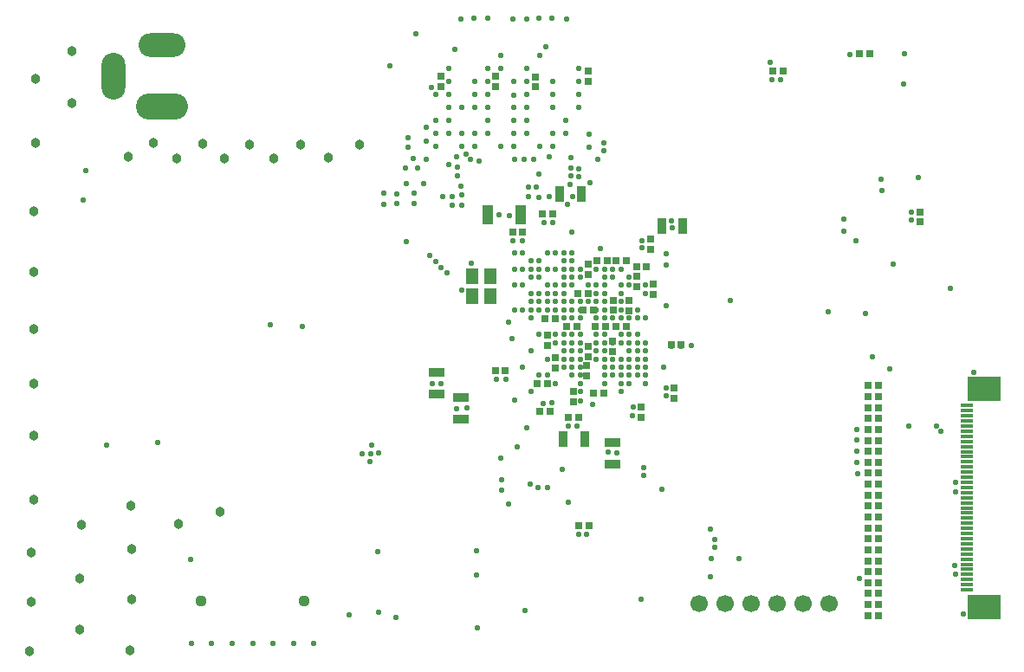
<source format=gbs>
G04*
G04 #@! TF.GenerationSoftware,Altium Limited,Altium Designer,20.1.11 (218)*
G04*
G04 Layer_Color=16711935*
%FSLAX25Y25*%
%MOIN*%
G70*
G04*
G04 #@! TF.SameCoordinates,731B5D3F-845C-401C-AC73-029E605C2F8B*
G04*
G04*
G04 #@! TF.FilePolarity,Negative*
G04*
G01*
G75*
%ADD44R,0.02762X0.03156*%
%ADD49R,0.02762X0.02762*%
%ADD65C,0.06678*%
%ADD66O,0.09158X0.18017*%
%ADD67O,0.18017X0.09158*%
%ADD68O,0.19985X0.10143*%
%ADD69C,0.04434*%
%ADD70C,0.03800*%
%ADD71C,0.02100*%
%ADD89R,0.05912X0.03550*%
%ADD90R,0.03550X0.05912*%
%ADD91R,0.03156X0.02762*%
%ADD92R,0.04731X0.05912*%
%ADD93R,0.04040X0.07780*%
%ADD94R,0.04631X0.01481*%
%ADD95R,0.12505X0.09355*%
D44*
X401032Y290746D02*
D03*
X404969D02*
D03*
X402965Y284378D02*
D03*
X406903D02*
D03*
X407673Y278055D02*
D03*
X411610D02*
D03*
X392340Y280919D02*
D03*
X388403D02*
D03*
X396532Y278032D02*
D03*
X400469D02*
D03*
X389345Y255820D02*
D03*
X385408D02*
D03*
X369143Y260910D02*
D03*
X373080D02*
D03*
X386300Y245210D02*
D03*
X390237D02*
D03*
X397267Y242826D02*
D03*
X401204D02*
D03*
X407031Y252161D02*
D03*
X410968D02*
D03*
X436812Y271009D02*
D03*
X440750D02*
D03*
X419598Y277951D02*
D03*
X415661D02*
D03*
X412245Y303326D02*
D03*
X408308D02*
D03*
X419672Y303399D02*
D03*
X415735D02*
D03*
X375810Y314148D02*
D03*
X379747D02*
D03*
X387381Y321132D02*
D03*
X391318D02*
D03*
X479797Y376130D02*
D03*
X475860D02*
D03*
X401255Y201388D02*
D03*
X405192D02*
D03*
D49*
X427394Y300901D02*
D03*
X423457D02*
D03*
X509214Y382813D02*
D03*
X513151D02*
D03*
X516497Y191950D02*
D03*
X512560D02*
D03*
X516497Y196162D02*
D03*
X512560D02*
D03*
Y166676D02*
D03*
X516497D02*
D03*
Y200375D02*
D03*
X512560D02*
D03*
Y170888D02*
D03*
X516497D02*
D03*
Y204587D02*
D03*
X512560D02*
D03*
Y175101D02*
D03*
X516497D02*
D03*
Y208800D02*
D03*
X512560D02*
D03*
Y183525D02*
D03*
X516497D02*
D03*
Y213012D02*
D03*
X512560D02*
D03*
Y187738D02*
D03*
X516497D02*
D03*
Y217224D02*
D03*
X512560D02*
D03*
X516497Y242498D02*
D03*
X512560D02*
D03*
X516497Y246711D02*
D03*
X512560D02*
D03*
X516497Y250923D02*
D03*
X512560D02*
D03*
X516497Y255135D02*
D03*
X512560D02*
D03*
X516497Y179313D02*
D03*
X512560D02*
D03*
X516497Y221437D02*
D03*
X512560D02*
D03*
X516497Y225649D02*
D03*
X512560D02*
D03*
X516497Y229861D02*
D03*
X512560D02*
D03*
X516497Y234074D02*
D03*
X512560D02*
D03*
X516497Y238286D02*
D03*
X512560D02*
D03*
D65*
X447562Y171295D02*
D03*
X457562D02*
D03*
X467562D02*
D03*
X477562D02*
D03*
X487562D02*
D03*
X497562D02*
D03*
D66*
X222279Y374342D02*
D03*
D67*
X240783Y386153D02*
D03*
D68*
Y362530D02*
D03*
D69*
X295468Y172293D02*
D03*
X256098D02*
D03*
D70*
X263155Y206584D02*
D03*
X247344Y201862D02*
D03*
X228454Y153404D02*
D03*
X229276Y172910D02*
D03*
Y192416D02*
D03*
X228865Y209048D02*
D03*
X209975Y201656D02*
D03*
X209359Y180918D02*
D03*
Y161207D02*
D03*
X189894Y152994D02*
D03*
X190510Y172089D02*
D03*
X190716Y190979D02*
D03*
X191537Y211307D02*
D03*
Y235946D02*
D03*
X191742Y255862D02*
D03*
X191537Y277011D02*
D03*
Y298981D02*
D03*
X191742Y322388D02*
D03*
X192358Y348464D02*
D03*
Y373104D02*
D03*
X206279Y364069D02*
D03*
Y383986D02*
D03*
X316950Y348054D02*
D03*
X294159Y347849D02*
D03*
X274653Y348054D02*
D03*
X256584Y348259D02*
D03*
X237489Y348670D02*
D03*
X227838Y343126D02*
D03*
X246523Y342715D02*
D03*
X265002Y342510D02*
D03*
X284098D02*
D03*
X304899Y342855D02*
D03*
D71*
X462903Y188582D02*
D03*
X507935Y310768D02*
D03*
X397159Y210425D02*
D03*
X453731Y193092D02*
D03*
X453754Y195852D02*
D03*
X398856Y327916D02*
D03*
X359577Y342138D02*
D03*
X397350Y239613D02*
D03*
X400667Y239632D02*
D03*
X391120Y317970D02*
D03*
X387868Y317931D02*
D03*
X528291Y239478D02*
D03*
X526315Y371164D02*
D03*
X514365Y266219D02*
D03*
X371164Y227130D02*
D03*
X385674Y215798D02*
D03*
X389137Y216065D02*
D03*
X415794Y229158D02*
D03*
X412679Y229664D02*
D03*
X401271Y335744D02*
D03*
X398247Y335788D02*
D03*
X401293Y338723D02*
D03*
X398203Y338811D02*
D03*
X405503Y333395D02*
D03*
X420671Y265425D02*
D03*
X426970Y268575D02*
D03*
X425659Y308133D02*
D03*
X425715Y310916D02*
D03*
X497210Y283620D02*
D03*
X417534Y293766D02*
D03*
X414378Y296935D02*
D03*
X411222Y296921D02*
D03*
X398624Y306370D02*
D03*
X382876Y252827D02*
D03*
X376576Y293772D02*
D03*
X395474Y281173D02*
D03*
X408073D02*
D03*
X423820D02*
D03*
X398624Y268575D02*
D03*
X401773D02*
D03*
X389175Y265425D02*
D03*
X422135Y246774D02*
D03*
X420671Y255976D02*
D03*
X408073Y290622D02*
D03*
X411222Y284323D02*
D03*
X398624Y274874D02*
D03*
X401773Y271724D02*
D03*
X426970Y255976D02*
D03*
X382876Y290622D02*
D03*
X395474Y296921D02*
D03*
X386025D02*
D03*
X389175Y300071D02*
D03*
X408073Y274874D02*
D03*
X398624Y271724D02*
D03*
X411222Y274874D02*
D03*
X420671Y268575D02*
D03*
X426970Y262275D02*
D03*
X382876Y296921D02*
D03*
X389175Y290622D02*
D03*
X395474Y284323D02*
D03*
X374342Y279605D02*
D03*
X386025Y274874D02*
D03*
X417521D02*
D03*
X408073Y271724D02*
D03*
X411222Y265425D02*
D03*
X401773Y255976D02*
D03*
X411222Y290622D02*
D03*
X382876Y284323D02*
D03*
X398624Y281173D02*
D03*
Y262275D02*
D03*
X420671D02*
D03*
X373118Y257528D02*
D03*
X389175Y293772D02*
D03*
X411222Y287472D02*
D03*
X389175Y284323D02*
D03*
X408073Y278023D02*
D03*
X426970Y271724D02*
D03*
Y265425D02*
D03*
X420671Y259126D02*
D03*
X398624Y296921D02*
D03*
X420671Y296921D02*
D03*
X398624Y287472D02*
D03*
X434830Y285899D02*
D03*
X420671Y281173D02*
D03*
X401773Y274874D02*
D03*
X392268Y271639D02*
D03*
X414372Y262275D02*
D03*
X401773Y259126D02*
D03*
X392324Y255976D02*
D03*
X417521Y252827D02*
D03*
X382876Y300071D02*
D03*
X379726D02*
D03*
X404923Y287472D02*
D03*
X426970Y281173D02*
D03*
X411222Y278023D02*
D03*
X436912Y270235D02*
D03*
X411222Y262275D02*
D03*
X398624Y259126D02*
D03*
X426970D02*
D03*
X398624Y293772D02*
D03*
X434988Y305804D02*
D03*
X386025Y287472D02*
D03*
X408073Y284323D02*
D03*
X395474Y271724D02*
D03*
X382876Y268575D02*
D03*
X414372Y271724D02*
D03*
X395474Y265425D02*
D03*
X401773D02*
D03*
X420671Y293772D02*
D03*
X395474D02*
D03*
X376576Y306370D02*
D03*
X389175D02*
D03*
X382876Y287472D02*
D03*
X401773D02*
D03*
Y281173D02*
D03*
X411222Y271724D02*
D03*
X423820D02*
D03*
X408073Y268575D02*
D03*
X414372Y265425D02*
D03*
X423820D02*
D03*
X392324Y290622D02*
D03*
X426970D02*
D03*
X379726Y284323D02*
D03*
X386025D02*
D03*
X414372Y281173D02*
D03*
X395474Y268575D02*
D03*
Y262275D02*
D03*
X411222Y259126D02*
D03*
X435002Y251252D02*
D03*
X386025Y290622D02*
D03*
X376576Y284323D02*
D03*
X417521Y271724D02*
D03*
X386025Y259126D02*
D03*
X406498Y247945D02*
D03*
X408073Y293772D02*
D03*
X404923Y290622D02*
D03*
X379726Y293772D02*
D03*
X392324Y300071D02*
D03*
X395474Y303220D02*
D03*
Y290622D02*
D03*
X420671Y274874D02*
D03*
X408073Y265425D02*
D03*
X414372Y259126D02*
D03*
X417521D02*
D03*
Y255976D02*
D03*
X426970Y293772D02*
D03*
X417521Y290622D02*
D03*
X395474Y287472D02*
D03*
X411222Y281173D02*
D03*
X423820Y274874D02*
D03*
X411222Y268575D02*
D03*
X417521Y265425D02*
D03*
X423820Y262275D02*
D03*
X435002Y301645D02*
D03*
X398624Y303220D02*
D03*
X409640Y307954D02*
D03*
X386025Y303220D02*
D03*
X392324Y306370D02*
D03*
X417521Y287472D02*
D03*
X392324Y284323D02*
D03*
X382876Y281173D02*
D03*
X423820Y268575D02*
D03*
X411222Y255976D02*
D03*
Y293772D02*
D03*
X398624Y300071D02*
D03*
X414372D02*
D03*
X379726Y306370D02*
D03*
X398624Y284323D02*
D03*
X414372D02*
D03*
X417521D02*
D03*
X420671Y271724D02*
D03*
X398624Y265425D02*
D03*
X401773Y262275D02*
D03*
X390787Y248437D02*
D03*
X376576Y249677D02*
D03*
X401773Y252827D02*
D03*
X404889Y293813D02*
D03*
X389175Y287472D02*
D03*
X392324D02*
D03*
X414372D02*
D03*
X423820Y284323D02*
D03*
X375444Y273317D02*
D03*
X417521Y262275D02*
D03*
X423820Y259126D02*
D03*
X435002Y254401D02*
D03*
X395474Y300071D02*
D03*
X376576D02*
D03*
X408073Y287472D02*
D03*
X401773Y284323D02*
D03*
X417521Y281173D02*
D03*
X414372Y268575D02*
D03*
X392324Y293772D02*
D03*
X408073Y300071D02*
D03*
X386025D02*
D03*
X382876Y303220D02*
D03*
X395474Y274874D02*
D03*
X379726Y262275D02*
D03*
X395474Y306370D02*
D03*
X434037Y262275D02*
D03*
X475106Y379752D02*
D03*
X531923Y335125D02*
D03*
X353592Y384682D02*
D03*
X388707Y385680D02*
D03*
X351191Y377158D02*
D03*
X344535Y370083D02*
D03*
X346191Y367169D02*
D03*
X381191Y352169D02*
D03*
Y357170D02*
D03*
X396191Y352169D02*
D03*
Y357170D02*
D03*
X356107Y291787D02*
D03*
X360081Y302226D02*
D03*
X451804Y199826D02*
D03*
X354266Y246368D02*
D03*
X358281Y246675D02*
D03*
X348411Y256070D02*
D03*
X344816D02*
D03*
X366129Y396493D02*
D03*
X360857Y396482D02*
D03*
X355940Y396409D02*
D03*
X338455Y390523D02*
D03*
X328740Y378137D02*
D03*
X375924Y396304D02*
D03*
X381127Y396421D02*
D03*
X386097Y396450D02*
D03*
X396474Y396392D02*
D03*
X391066Y396480D02*
D03*
X391191Y362170D02*
D03*
Y367169D02*
D03*
X351191Y352169D02*
D03*
Y357170D02*
D03*
X391264Y372146D02*
D03*
X376168Y357097D02*
D03*
Y362097D02*
D03*
X376191Y372169D02*
D03*
X376240Y367073D02*
D03*
X371191Y382170D02*
D03*
X361191Y372169D02*
D03*
Y367169D02*
D03*
Y362170D02*
D03*
X366191Y357170D02*
D03*
Y352169D02*
D03*
X390066Y327833D02*
D03*
X398025Y332561D02*
D03*
X385995Y327702D02*
D03*
X381897Y327833D02*
D03*
X381792Y331589D02*
D03*
X384865Y331642D02*
D03*
X396945Y325000D02*
D03*
X379739Y310914D02*
D03*
X375855Y310966D02*
D03*
X370727Y320808D02*
D03*
X374751Y320718D02*
D03*
X526680Y382825D02*
D03*
X505459Y382737D02*
D03*
X517807Y330171D02*
D03*
X517699Y334587D02*
D03*
X544426Y292758D02*
D03*
X522347Y301832D02*
D03*
X503246Y314631D02*
D03*
X503161Y319372D02*
D03*
X444713Y270733D02*
D03*
X511560Y282846D02*
D03*
X549252Y167330D02*
D03*
X553166Y260427D02*
D03*
X540762Y237654D02*
D03*
X538837Y239527D02*
D03*
X546362Y214171D02*
D03*
X546215Y182536D02*
D03*
X545995Y185943D02*
D03*
X451925Y181648D02*
D03*
X452221Y188634D02*
D03*
X425155Y172823D02*
D03*
X380663Y168471D02*
D03*
X313043Y167072D02*
D03*
X299405Y155940D02*
D03*
X291531D02*
D03*
X283657D02*
D03*
X275783D02*
D03*
X267909D02*
D03*
X260035D02*
D03*
X252155Y155934D02*
D03*
X252070Y188208D02*
D03*
X239387Y233112D02*
D03*
X219567Y232430D02*
D03*
X326114Y325085D02*
D03*
X326169Y329142D02*
D03*
X331172Y329087D02*
D03*
X331117Y325251D02*
D03*
X337953Y325196D02*
D03*
Y329253D02*
D03*
X341678Y332866D02*
D03*
X335008Y332811D02*
D03*
X335072Y310666D02*
D03*
X295070Y277793D02*
D03*
X282569Y278691D02*
D03*
X211758Y338053D02*
D03*
X210723Y326706D02*
D03*
X377751Y231534D02*
D03*
X318019Y228979D02*
D03*
X320851Y225852D02*
D03*
X324408Y229102D02*
D03*
X321624Y232400D02*
D03*
X398742Y314204D02*
D03*
X343800Y305100D02*
D03*
X350727Y298432D02*
D03*
X348267Y300763D02*
D03*
X321252Y228859D02*
D03*
X346179Y302870D02*
D03*
X546268Y218010D02*
D03*
X520913Y261700D02*
D03*
X459468Y288091D02*
D03*
X356356Y324647D02*
D03*
X352468Y324517D02*
D03*
X348875Y328012D02*
D03*
X352534Y327979D02*
D03*
X356225Y328600D02*
D03*
X356029Y331900D02*
D03*
X398230Y343081D02*
D03*
X389939Y343198D02*
D03*
X408739Y342225D02*
D03*
X405391Y347090D02*
D03*
X405313Y351878D02*
D03*
X410996Y345728D02*
D03*
X410918Y348686D02*
D03*
X386083Y336697D02*
D03*
X383916Y342148D02*
D03*
X354458Y335794D02*
D03*
Y339333D02*
D03*
X357866Y344248D02*
D03*
X354130Y343134D02*
D03*
X337484Y342522D02*
D03*
X342560Y354627D02*
D03*
X342657Y349323D02*
D03*
X342723Y342164D02*
D03*
X339371Y338878D02*
D03*
X376607Y342341D02*
D03*
X380257D02*
D03*
X334765Y338955D02*
D03*
X335611Y350593D02*
D03*
X335452Y346996D02*
D03*
X362989Y341703D02*
D03*
X351127Y340371D02*
D03*
X324104Y191140D02*
D03*
X324298Y168043D02*
D03*
X331028Y165903D02*
D03*
X362268Y161906D02*
D03*
X362010Y182146D02*
D03*
X362051Y191687D02*
D03*
X371450Y218921D02*
D03*
X371585Y215056D02*
D03*
X374213Y209509D02*
D03*
X381274Y238821D02*
D03*
X382681Y217414D02*
D03*
X394861Y222913D02*
D03*
X433182Y215266D02*
D03*
X509338Y180902D02*
D03*
X508474Y221409D02*
D03*
X508419Y225666D02*
D03*
X508386Y229795D02*
D03*
X508315Y234142D02*
D03*
X508362Y238330D02*
D03*
X369518Y257568D02*
D03*
X392331Y274871D02*
D03*
X387667Y248282D02*
D03*
X401810Y249119D02*
D03*
X401773Y300071D02*
D03*
Y296921D02*
D03*
X437309Y315804D02*
D03*
X437019Y318748D02*
D03*
X417521Y300071D02*
D03*
X411222D02*
D03*
X440714Y270257D02*
D03*
X422077Y243687D02*
D03*
X389188Y259115D02*
D03*
X346168Y347097D02*
D03*
Y352097D02*
D03*
X356168Y347097D02*
D03*
X356227Y352126D02*
D03*
X356188Y362122D02*
D03*
X361168Y347097D02*
D03*
Y352097D02*
D03*
X371168Y347097D02*
D03*
X371191Y377169D02*
D03*
X376168Y347097D02*
D03*
Y352097D02*
D03*
X381191Y362170D02*
D03*
Y372169D02*
D03*
Y367169D02*
D03*
Y377158D02*
D03*
X386168Y347097D02*
D03*
X401264Y362146D02*
D03*
Y372146D02*
D03*
Y367146D02*
D03*
X401252Y377146D02*
D03*
X346168Y357097D02*
D03*
X386191Y382170D02*
D03*
X366191Y362170D02*
D03*
X351191D02*
D03*
X366191Y372169D02*
D03*
Y367169D02*
D03*
X351191D02*
D03*
Y372169D02*
D03*
X366191Y377158D02*
D03*
X391168Y347097D02*
D03*
Y352097D02*
D03*
X529241Y318824D02*
D03*
X529322Y321941D02*
D03*
X426364Y223468D02*
D03*
Y220643D02*
D03*
X404410Y197834D02*
D03*
X401228Y197831D02*
D03*
X478883Y372990D02*
D03*
X475634Y373091D02*
D03*
D89*
X346488Y260358D02*
D03*
Y252090D02*
D03*
X355977Y242317D02*
D03*
Y250584D02*
D03*
X414226Y224933D02*
D03*
Y233201D02*
D03*
D90*
X395259Y234439D02*
D03*
X403527D02*
D03*
X441409Y316716D02*
D03*
X433142D02*
D03*
X394049Y329091D02*
D03*
X402316D02*
D03*
D91*
X404893Y266374D02*
D03*
Y270311D02*
D03*
X404115Y262779D02*
D03*
Y258842D02*
D03*
X389231Y274586D02*
D03*
Y270649D02*
D03*
X392299Y265967D02*
D03*
Y262031D02*
D03*
X399280Y248915D02*
D03*
Y252852D02*
D03*
X425390Y243049D02*
D03*
Y246986D02*
D03*
X438057Y250289D02*
D03*
Y254226D02*
D03*
X414320Y268300D02*
D03*
Y272237D02*
D03*
X414462Y284115D02*
D03*
Y288052D02*
D03*
X420572Y287996D02*
D03*
Y284059D02*
D03*
X430010Y290381D02*
D03*
Y294318D02*
D03*
X423757Y297277D02*
D03*
Y293340D02*
D03*
X404907Y297988D02*
D03*
Y301925D02*
D03*
X428797Y311446D02*
D03*
Y307509D02*
D03*
X405081Y376193D02*
D03*
Y372256D02*
D03*
X384586Y374046D02*
D03*
Y370109D02*
D03*
X369294Y374220D02*
D03*
Y370283D02*
D03*
X348115Y374210D02*
D03*
Y370273D02*
D03*
X532451Y322038D02*
D03*
Y318101D02*
D03*
D92*
X360241Y289654D02*
D03*
X367328D02*
D03*
X360122Y297158D02*
D03*
X367209D02*
D03*
D93*
X379018Y320846D02*
D03*
X366223D02*
D03*
D94*
X550466Y247449D02*
D03*
Y245480D02*
D03*
Y243512D02*
D03*
Y241543D02*
D03*
Y239575D02*
D03*
Y237606D02*
D03*
Y235638D02*
D03*
Y233669D02*
D03*
Y231701D02*
D03*
Y229732D02*
D03*
Y227764D02*
D03*
Y225795D02*
D03*
Y223827D02*
D03*
Y221858D02*
D03*
Y219890D02*
D03*
Y217921D02*
D03*
Y215953D02*
D03*
Y213984D02*
D03*
Y212016D02*
D03*
Y210047D02*
D03*
Y208079D02*
D03*
Y206110D02*
D03*
Y204142D02*
D03*
Y202173D02*
D03*
Y200205D02*
D03*
Y198236D02*
D03*
Y196268D02*
D03*
Y194299D02*
D03*
Y192331D02*
D03*
Y190362D02*
D03*
Y188394D02*
D03*
Y186425D02*
D03*
Y184457D02*
D03*
Y182488D02*
D03*
Y180520D02*
D03*
Y178551D02*
D03*
Y176583D02*
D03*
D95*
X557159Y170008D02*
D03*
Y254024D02*
D03*
M02*

</source>
